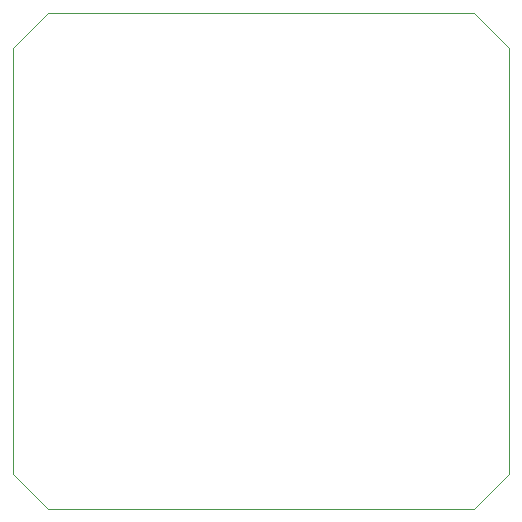
<source format=gbr>
%TF.GenerationSoftware,KiCad,Pcbnew,(6.0.7)*%
%TF.CreationDate,2025-06-09T21:53:25+08:00*%
%TF.ProjectId,ESP32-S3-MINI-1-N8_V6,45535033-322d-4533-932d-4d494e492d31,rev?*%
%TF.SameCoordinates,PX6a24da0PY78114e0*%
%TF.FileFunction,Profile,NP*%
%FSLAX46Y46*%
G04 Gerber Fmt 4.6, Leading zero omitted, Abs format (unit mm)*
G04 Created by KiCad (PCBNEW (6.0.7)) date 2025-06-09 21:53:25*
%MOMM*%
%LPD*%
G01*
G04 APERTURE LIST*
%TA.AperFunction,Profile*%
%ADD10C,0.100000*%
%TD*%
G04 APERTURE END LIST*
D10*
X0Y3000000D02*
X3000000Y0D01*
X3000000Y42000000D02*
X39000000Y42000000D01*
X0Y39000000D02*
X3000000Y42000000D01*
X42000000Y3000000D02*
X42000000Y39000000D01*
X39000000Y0D02*
X42000000Y3000000D01*
X39000000Y42000000D02*
X42000000Y39000000D01*
X3000000Y0D02*
X39000000Y0D01*
X0Y3000000D02*
X0Y39000000D01*
M02*

</source>
